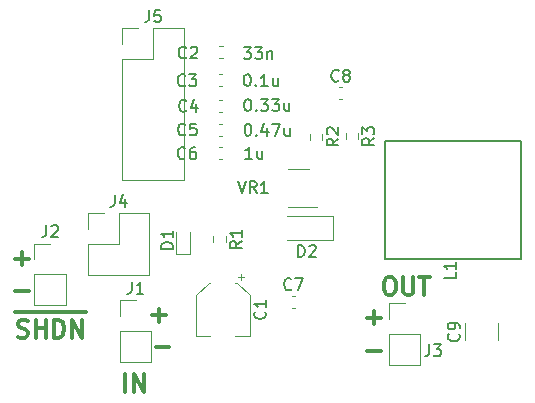
<source format=gbr>
%TF.GenerationSoftware,KiCad,Pcbnew,(5.1.10)-1*%
%TF.CreationDate,2021-10-06T11:29:50+02:00*%
%TF.ProjectId,board,626f6172-642e-46b6-9963-61645f706362,rev?*%
%TF.SameCoordinates,Original*%
%TF.FileFunction,Legend,Top*%
%TF.FilePolarity,Positive*%
%FSLAX46Y46*%
G04 Gerber Fmt 4.6, Leading zero omitted, Abs format (unit mm)*
G04 Created by KiCad (PCBNEW (5.1.10)-1) date 2021-10-06 11:29:50*
%MOMM*%
%LPD*%
G01*
G04 APERTURE LIST*
%ADD10C,0.300000*%
%ADD11C,0.120000*%
%ADD12C,0.200000*%
%ADD13C,0.150000*%
G04 APERTURE END LIST*
D10*
X73128571Y-98307142D02*
X74271428Y-98307142D01*
X73128571Y-95607142D02*
X74271428Y-95607142D01*
X73700000Y-96178571D02*
X73700000Y-95035714D01*
X85028571Y-103047142D02*
X86171428Y-103047142D01*
X84728571Y-100407142D02*
X85871428Y-100407142D01*
X85300000Y-100978571D02*
X85300000Y-99835714D01*
X73064285Y-100130000D02*
X74492857Y-100130000D01*
X73350000Y-102207142D02*
X73564285Y-102278571D01*
X73921428Y-102278571D01*
X74064285Y-102207142D01*
X74135714Y-102135714D01*
X74207142Y-101992857D01*
X74207142Y-101850000D01*
X74135714Y-101707142D01*
X74064285Y-101635714D01*
X73921428Y-101564285D01*
X73635714Y-101492857D01*
X73492857Y-101421428D01*
X73421428Y-101350000D01*
X73350000Y-101207142D01*
X73350000Y-101064285D01*
X73421428Y-100921428D01*
X73492857Y-100850000D01*
X73635714Y-100778571D01*
X73992857Y-100778571D01*
X74207142Y-100850000D01*
X74492857Y-100130000D02*
X76064285Y-100130000D01*
X74850000Y-102278571D02*
X74850000Y-100778571D01*
X74850000Y-101492857D02*
X75707142Y-101492857D01*
X75707142Y-102278571D02*
X75707142Y-100778571D01*
X76064285Y-100130000D02*
X77564285Y-100130000D01*
X76421428Y-102278571D02*
X76421428Y-100778571D01*
X76778571Y-100778571D01*
X76992857Y-100850000D01*
X77135714Y-100992857D01*
X77207142Y-101135714D01*
X77278571Y-101421428D01*
X77278571Y-101635714D01*
X77207142Y-101921428D01*
X77135714Y-102064285D01*
X76992857Y-102207142D01*
X76778571Y-102278571D01*
X76421428Y-102278571D01*
X77564285Y-100130000D02*
X79135714Y-100130000D01*
X77921428Y-102278571D02*
X77921428Y-100778571D01*
X78778571Y-102278571D01*
X78778571Y-100778571D01*
X82444285Y-106858571D02*
X82444285Y-105358571D01*
X83158571Y-106858571D02*
X83158571Y-105358571D01*
X84015714Y-106858571D01*
X84015714Y-105358571D01*
X104700000Y-97178571D02*
X104985714Y-97178571D01*
X105128571Y-97250000D01*
X105271428Y-97392857D01*
X105342857Y-97678571D01*
X105342857Y-98178571D01*
X105271428Y-98464285D01*
X105128571Y-98607142D01*
X104985714Y-98678571D01*
X104700000Y-98678571D01*
X104557142Y-98607142D01*
X104414285Y-98464285D01*
X104342857Y-98178571D01*
X104342857Y-97678571D01*
X104414285Y-97392857D01*
X104557142Y-97250000D01*
X104700000Y-97178571D01*
X105985714Y-97178571D02*
X105985714Y-98392857D01*
X106057142Y-98535714D01*
X106128571Y-98607142D01*
X106271428Y-98678571D01*
X106557142Y-98678571D01*
X106700000Y-98607142D01*
X106771428Y-98535714D01*
X106842857Y-98392857D01*
X106842857Y-97178571D01*
X107342857Y-97178571D02*
X108200000Y-97178571D01*
X107771428Y-98678571D02*
X107771428Y-97178571D01*
X104071428Y-103392857D02*
X102928571Y-103392857D01*
X103507142Y-101171428D02*
X103507142Y-100028571D01*
X104078571Y-100600000D02*
X102935714Y-100600000D01*
D11*
%TO.C,C9*%
X111240000Y-102511252D02*
X111240000Y-101088748D01*
X113960000Y-102511252D02*
X113960000Y-101088748D01*
%TO.C,C1*%
X88440000Y-102170000D02*
X89640000Y-102170000D01*
X92960000Y-102170000D02*
X91760000Y-102170000D01*
X92960000Y-98714437D02*
X92960000Y-102170000D01*
X88440000Y-98714437D02*
X88440000Y-102170000D01*
X89504437Y-97650000D02*
X89640000Y-97650000D01*
X91895563Y-97650000D02*
X91760000Y-97650000D01*
X91895563Y-97650000D02*
X92960000Y-98714437D01*
X89504437Y-97650000D02*
X88440000Y-98714437D01*
X92260000Y-96910000D02*
X92260000Y-97410000D01*
X92510000Y-97160000D02*
X92010000Y-97160000D01*
%TO.C,C2*%
X90686267Y-78610000D02*
X90393733Y-78610000D01*
X90686267Y-77590000D02*
X90393733Y-77590000D01*
%TO.C,C3*%
X90636267Y-80950000D02*
X90343733Y-80950000D01*
X90636267Y-79930000D02*
X90343733Y-79930000D01*
%TO.C,C4*%
X90666267Y-83160000D02*
X90373733Y-83160000D01*
X90666267Y-82140000D02*
X90373733Y-82140000D01*
%TO.C,C5*%
X90666267Y-84180000D02*
X90373733Y-84180000D01*
X90666267Y-85200000D02*
X90373733Y-85200000D01*
%TO.C,C6*%
X90636267Y-87190000D02*
X90343733Y-87190000D01*
X90636267Y-86170000D02*
X90343733Y-86170000D01*
%TO.C,C7*%
X96533733Y-99750000D02*
X96826267Y-99750000D01*
X96533733Y-98730000D02*
X96826267Y-98730000D01*
%TO.C,C8*%
X100533733Y-82090000D02*
X100826267Y-82090000D01*
X100533733Y-81070000D02*
X100826267Y-81070000D01*
%TO.C,D1*%
X86720000Y-95170000D02*
X87920000Y-95170000D01*
X86720000Y-93320000D02*
X86720000Y-95170000D01*
X87920000Y-93320000D02*
X87920000Y-95170000D01*
%TO.C,D2*%
X100050000Y-94000000D02*
X100050000Y-92000000D01*
X100050000Y-92000000D02*
X96150000Y-92000000D01*
X100050000Y-94000000D02*
X96150000Y-94000000D01*
%TO.C,J1*%
X81980000Y-104320000D02*
X84640000Y-104320000D01*
X81980000Y-101720000D02*
X81980000Y-104320000D01*
X84640000Y-101720000D02*
X84640000Y-104320000D01*
X81980000Y-101720000D02*
X84640000Y-101720000D01*
X81980000Y-100450000D02*
X81980000Y-99120000D01*
X81980000Y-99120000D02*
X83310000Y-99120000D01*
%TO.C,J2*%
X74750000Y-94340000D02*
X76080000Y-94340000D01*
X74750000Y-95670000D02*
X74750000Y-94340000D01*
X74750000Y-96940000D02*
X77410000Y-96940000D01*
X77410000Y-96940000D02*
X77410000Y-99540000D01*
X74750000Y-96940000D02*
X74750000Y-99540000D01*
X74750000Y-99540000D02*
X77410000Y-99540000D01*
%TO.C,J3*%
X104770000Y-104570000D02*
X107430000Y-104570000D01*
X104770000Y-101970000D02*
X104770000Y-104570000D01*
X107430000Y-101970000D02*
X107430000Y-104570000D01*
X104770000Y-101970000D02*
X107430000Y-101970000D01*
X104770000Y-100700000D02*
X104770000Y-99370000D01*
X104770000Y-99370000D02*
X106100000Y-99370000D01*
%TO.C,J4*%
X79280000Y-96950000D02*
X84480000Y-96950000D01*
X79280000Y-94350000D02*
X79280000Y-96950000D01*
X84480000Y-91750000D02*
X84480000Y-96950000D01*
X79280000Y-94350000D02*
X81880000Y-94350000D01*
X81880000Y-94350000D02*
X81880000Y-91750000D01*
X81880000Y-91750000D02*
X84480000Y-91750000D01*
X79280000Y-93080000D02*
X79280000Y-91750000D01*
X79280000Y-91750000D02*
X80610000Y-91750000D01*
%TO.C,J5*%
X82190000Y-88930000D02*
X87390000Y-88930000D01*
X82190000Y-78710000D02*
X82190000Y-88930000D01*
X87390000Y-76110000D02*
X87390000Y-88930000D01*
X82190000Y-78710000D02*
X84790000Y-78710000D01*
X84790000Y-78710000D02*
X84790000Y-76110000D01*
X84790000Y-76110000D02*
X87390000Y-76110000D01*
X82190000Y-77440000D02*
X82190000Y-76110000D01*
X82190000Y-76110000D02*
X83520000Y-76110000D01*
D12*
%TO.C,L1*%
X115950000Y-95600000D02*
X104450000Y-95600000D01*
X104450000Y-95600000D02*
X104450000Y-85600000D01*
X104450000Y-85600000D02*
X115950000Y-85600000D01*
X115950000Y-85600000D02*
X115950000Y-95600000D01*
D11*
%TO.C,R1*%
X90942500Y-93707776D02*
X90942500Y-94217224D01*
X89897500Y-93707776D02*
X89897500Y-94217224D01*
%TO.C,R2*%
X99122500Y-85015276D02*
X99122500Y-85524724D01*
X98077500Y-85015276D02*
X98077500Y-85524724D01*
%TO.C,R3*%
X101117500Y-84985276D02*
X101117500Y-85494724D01*
X102162500Y-84985276D02*
X102162500Y-85494724D01*
%TO.C,VR1*%
X98020000Y-87980000D02*
X96220000Y-87980000D01*
X96220000Y-91200000D02*
X98670000Y-91200000D01*
%TO.C,C9*%
D13*
X110657142Y-101966666D02*
X110704761Y-102014285D01*
X110752380Y-102157142D01*
X110752380Y-102252380D01*
X110704761Y-102395238D01*
X110609523Y-102490476D01*
X110514285Y-102538095D01*
X110323809Y-102585714D01*
X110180952Y-102585714D01*
X109990476Y-102538095D01*
X109895238Y-102490476D01*
X109800000Y-102395238D01*
X109752380Y-102252380D01*
X109752380Y-102157142D01*
X109800000Y-102014285D01*
X109847619Y-101966666D01*
X110752380Y-101490476D02*
X110752380Y-101300000D01*
X110704761Y-101204761D01*
X110657142Y-101157142D01*
X110514285Y-101061904D01*
X110323809Y-101014285D01*
X109942857Y-101014285D01*
X109847619Y-101061904D01*
X109800000Y-101109523D01*
X109752380Y-101204761D01*
X109752380Y-101395238D01*
X109800000Y-101490476D01*
X109847619Y-101538095D01*
X109942857Y-101585714D01*
X110180952Y-101585714D01*
X110276190Y-101538095D01*
X110323809Y-101490476D01*
X110371428Y-101395238D01*
X110371428Y-101204761D01*
X110323809Y-101109523D01*
X110276190Y-101061904D01*
X110180952Y-101014285D01*
%TO.C,C1*%
X94257142Y-100076666D02*
X94304761Y-100124285D01*
X94352380Y-100267142D01*
X94352380Y-100362380D01*
X94304761Y-100505238D01*
X94209523Y-100600476D01*
X94114285Y-100648095D01*
X93923809Y-100695714D01*
X93780952Y-100695714D01*
X93590476Y-100648095D01*
X93495238Y-100600476D01*
X93400000Y-100505238D01*
X93352380Y-100362380D01*
X93352380Y-100267142D01*
X93400000Y-100124285D01*
X93447619Y-100076666D01*
X94352380Y-99124285D02*
X94352380Y-99695714D01*
X94352380Y-99410000D02*
X93352380Y-99410000D01*
X93495238Y-99505238D01*
X93590476Y-99600476D01*
X93638095Y-99695714D01*
%TO.C,C2*%
X87603333Y-78557142D02*
X87555714Y-78604761D01*
X87412857Y-78652380D01*
X87317619Y-78652380D01*
X87174761Y-78604761D01*
X87079523Y-78509523D01*
X87031904Y-78414285D01*
X86984285Y-78223809D01*
X86984285Y-78080952D01*
X87031904Y-77890476D01*
X87079523Y-77795238D01*
X87174761Y-77700000D01*
X87317619Y-77652380D01*
X87412857Y-77652380D01*
X87555714Y-77700000D01*
X87603333Y-77747619D01*
X87984285Y-77747619D02*
X88031904Y-77700000D01*
X88127142Y-77652380D01*
X88365238Y-77652380D01*
X88460476Y-77700000D01*
X88508095Y-77747619D01*
X88555714Y-77842857D01*
X88555714Y-77938095D01*
X88508095Y-78080952D01*
X87936666Y-78652380D01*
X88555714Y-78652380D01*
X92458095Y-77682380D02*
X93077142Y-77682380D01*
X92743809Y-78063333D01*
X92886666Y-78063333D01*
X92981904Y-78110952D01*
X93029523Y-78158571D01*
X93077142Y-78253809D01*
X93077142Y-78491904D01*
X93029523Y-78587142D01*
X92981904Y-78634761D01*
X92886666Y-78682380D01*
X92600952Y-78682380D01*
X92505714Y-78634761D01*
X92458095Y-78587142D01*
X93410476Y-77682380D02*
X94029523Y-77682380D01*
X93696190Y-78063333D01*
X93839047Y-78063333D01*
X93934285Y-78110952D01*
X93981904Y-78158571D01*
X94029523Y-78253809D01*
X94029523Y-78491904D01*
X93981904Y-78587142D01*
X93934285Y-78634761D01*
X93839047Y-78682380D01*
X93553333Y-78682380D01*
X93458095Y-78634761D01*
X93410476Y-78587142D01*
X94458095Y-78015714D02*
X94458095Y-78682380D01*
X94458095Y-78110952D02*
X94505714Y-78063333D01*
X94600952Y-78015714D01*
X94743809Y-78015714D01*
X94839047Y-78063333D01*
X94886666Y-78158571D01*
X94886666Y-78682380D01*
%TO.C,C3*%
X87513333Y-80907142D02*
X87465714Y-80954761D01*
X87322857Y-81002380D01*
X87227619Y-81002380D01*
X87084761Y-80954761D01*
X86989523Y-80859523D01*
X86941904Y-80764285D01*
X86894285Y-80573809D01*
X86894285Y-80430952D01*
X86941904Y-80240476D01*
X86989523Y-80145238D01*
X87084761Y-80050000D01*
X87227619Y-80002380D01*
X87322857Y-80002380D01*
X87465714Y-80050000D01*
X87513333Y-80097619D01*
X87846666Y-80002380D02*
X88465714Y-80002380D01*
X88132380Y-80383333D01*
X88275238Y-80383333D01*
X88370476Y-80430952D01*
X88418095Y-80478571D01*
X88465714Y-80573809D01*
X88465714Y-80811904D01*
X88418095Y-80907142D01*
X88370476Y-80954761D01*
X88275238Y-81002380D01*
X87989523Y-81002380D01*
X87894285Y-80954761D01*
X87846666Y-80907142D01*
X92725714Y-79982380D02*
X92820952Y-79982380D01*
X92916190Y-80030000D01*
X92963809Y-80077619D01*
X93011428Y-80172857D01*
X93059047Y-80363333D01*
X93059047Y-80601428D01*
X93011428Y-80791904D01*
X92963809Y-80887142D01*
X92916190Y-80934761D01*
X92820952Y-80982380D01*
X92725714Y-80982380D01*
X92630476Y-80934761D01*
X92582857Y-80887142D01*
X92535238Y-80791904D01*
X92487619Y-80601428D01*
X92487619Y-80363333D01*
X92535238Y-80172857D01*
X92582857Y-80077619D01*
X92630476Y-80030000D01*
X92725714Y-79982380D01*
X93487619Y-80887142D02*
X93535238Y-80934761D01*
X93487619Y-80982380D01*
X93440000Y-80934761D01*
X93487619Y-80887142D01*
X93487619Y-80982380D01*
X94487619Y-80982380D02*
X93916190Y-80982380D01*
X94201904Y-80982380D02*
X94201904Y-79982380D01*
X94106666Y-80125238D01*
X94011428Y-80220476D01*
X93916190Y-80268095D01*
X95344761Y-80315714D02*
X95344761Y-80982380D01*
X94916190Y-80315714D02*
X94916190Y-80839523D01*
X94963809Y-80934761D01*
X95059047Y-80982380D01*
X95201904Y-80982380D01*
X95297142Y-80934761D01*
X95344761Y-80887142D01*
%TO.C,C4*%
X87613333Y-83057142D02*
X87565714Y-83104761D01*
X87422857Y-83152380D01*
X87327619Y-83152380D01*
X87184761Y-83104761D01*
X87089523Y-83009523D01*
X87041904Y-82914285D01*
X86994285Y-82723809D01*
X86994285Y-82580952D01*
X87041904Y-82390476D01*
X87089523Y-82295238D01*
X87184761Y-82200000D01*
X87327619Y-82152380D01*
X87422857Y-82152380D01*
X87565714Y-82200000D01*
X87613333Y-82247619D01*
X88470476Y-82485714D02*
X88470476Y-83152380D01*
X88232380Y-82104761D02*
X87994285Y-82819047D01*
X88613333Y-82819047D01*
X92759523Y-82102380D02*
X92854761Y-82102380D01*
X92950000Y-82150000D01*
X92997619Y-82197619D01*
X93045238Y-82292857D01*
X93092857Y-82483333D01*
X93092857Y-82721428D01*
X93045238Y-82911904D01*
X92997619Y-83007142D01*
X92950000Y-83054761D01*
X92854761Y-83102380D01*
X92759523Y-83102380D01*
X92664285Y-83054761D01*
X92616666Y-83007142D01*
X92569047Y-82911904D01*
X92521428Y-82721428D01*
X92521428Y-82483333D01*
X92569047Y-82292857D01*
X92616666Y-82197619D01*
X92664285Y-82150000D01*
X92759523Y-82102380D01*
X93521428Y-83007142D02*
X93569047Y-83054761D01*
X93521428Y-83102380D01*
X93473809Y-83054761D01*
X93521428Y-83007142D01*
X93521428Y-83102380D01*
X93902380Y-82102380D02*
X94521428Y-82102380D01*
X94188095Y-82483333D01*
X94330952Y-82483333D01*
X94426190Y-82530952D01*
X94473809Y-82578571D01*
X94521428Y-82673809D01*
X94521428Y-82911904D01*
X94473809Y-83007142D01*
X94426190Y-83054761D01*
X94330952Y-83102380D01*
X94045238Y-83102380D01*
X93950000Y-83054761D01*
X93902380Y-83007142D01*
X94854761Y-82102380D02*
X95473809Y-82102380D01*
X95140476Y-82483333D01*
X95283333Y-82483333D01*
X95378571Y-82530952D01*
X95426190Y-82578571D01*
X95473809Y-82673809D01*
X95473809Y-82911904D01*
X95426190Y-83007142D01*
X95378571Y-83054761D01*
X95283333Y-83102380D01*
X94997619Y-83102380D01*
X94902380Y-83054761D01*
X94854761Y-83007142D01*
X96330952Y-82435714D02*
X96330952Y-83102380D01*
X95902380Y-82435714D02*
X95902380Y-82959523D01*
X95950000Y-83054761D01*
X96045238Y-83102380D01*
X96188095Y-83102380D01*
X96283333Y-83054761D01*
X96330952Y-83007142D01*
%TO.C,C5*%
X87533333Y-85067142D02*
X87485714Y-85114761D01*
X87342857Y-85162380D01*
X87247619Y-85162380D01*
X87104761Y-85114761D01*
X87009523Y-85019523D01*
X86961904Y-84924285D01*
X86914285Y-84733809D01*
X86914285Y-84590952D01*
X86961904Y-84400476D01*
X87009523Y-84305238D01*
X87104761Y-84210000D01*
X87247619Y-84162380D01*
X87342857Y-84162380D01*
X87485714Y-84210000D01*
X87533333Y-84257619D01*
X88438095Y-84162380D02*
X87961904Y-84162380D01*
X87914285Y-84638571D01*
X87961904Y-84590952D01*
X88057142Y-84543333D01*
X88295238Y-84543333D01*
X88390476Y-84590952D01*
X88438095Y-84638571D01*
X88485714Y-84733809D01*
X88485714Y-84971904D01*
X88438095Y-85067142D01*
X88390476Y-85114761D01*
X88295238Y-85162380D01*
X88057142Y-85162380D01*
X87961904Y-85114761D01*
X87914285Y-85067142D01*
X92779523Y-84192380D02*
X92874761Y-84192380D01*
X92970000Y-84240000D01*
X93017619Y-84287619D01*
X93065238Y-84382857D01*
X93112857Y-84573333D01*
X93112857Y-84811428D01*
X93065238Y-85001904D01*
X93017619Y-85097142D01*
X92970000Y-85144761D01*
X92874761Y-85192380D01*
X92779523Y-85192380D01*
X92684285Y-85144761D01*
X92636666Y-85097142D01*
X92589047Y-85001904D01*
X92541428Y-84811428D01*
X92541428Y-84573333D01*
X92589047Y-84382857D01*
X92636666Y-84287619D01*
X92684285Y-84240000D01*
X92779523Y-84192380D01*
X93541428Y-85097142D02*
X93589047Y-85144761D01*
X93541428Y-85192380D01*
X93493809Y-85144761D01*
X93541428Y-85097142D01*
X93541428Y-85192380D01*
X94446190Y-84525714D02*
X94446190Y-85192380D01*
X94208095Y-84144761D02*
X93970000Y-84859047D01*
X94589047Y-84859047D01*
X94874761Y-84192380D02*
X95541428Y-84192380D01*
X95112857Y-85192380D01*
X96350952Y-84525714D02*
X96350952Y-85192380D01*
X95922380Y-84525714D02*
X95922380Y-85049523D01*
X95970000Y-85144761D01*
X96065238Y-85192380D01*
X96208095Y-85192380D01*
X96303333Y-85144761D01*
X96350952Y-85097142D01*
%TO.C,C6*%
X87503333Y-87077142D02*
X87455714Y-87124761D01*
X87312857Y-87172380D01*
X87217619Y-87172380D01*
X87074761Y-87124761D01*
X86979523Y-87029523D01*
X86931904Y-86934285D01*
X86884285Y-86743809D01*
X86884285Y-86600952D01*
X86931904Y-86410476D01*
X86979523Y-86315238D01*
X87074761Y-86220000D01*
X87217619Y-86172380D01*
X87312857Y-86172380D01*
X87455714Y-86220000D01*
X87503333Y-86267619D01*
X88360476Y-86172380D02*
X88170000Y-86172380D01*
X88074761Y-86220000D01*
X88027142Y-86267619D01*
X87931904Y-86410476D01*
X87884285Y-86600952D01*
X87884285Y-86981904D01*
X87931904Y-87077142D01*
X87979523Y-87124761D01*
X88074761Y-87172380D01*
X88265238Y-87172380D01*
X88360476Y-87124761D01*
X88408095Y-87077142D01*
X88455714Y-86981904D01*
X88455714Y-86743809D01*
X88408095Y-86648571D01*
X88360476Y-86600952D01*
X88265238Y-86553333D01*
X88074761Y-86553333D01*
X87979523Y-86600952D01*
X87931904Y-86648571D01*
X87884285Y-86743809D01*
X93183333Y-87152380D02*
X92611904Y-87152380D01*
X92897619Y-87152380D02*
X92897619Y-86152380D01*
X92802380Y-86295238D01*
X92707142Y-86390476D01*
X92611904Y-86438095D01*
X94040476Y-86485714D02*
X94040476Y-87152380D01*
X93611904Y-86485714D02*
X93611904Y-87009523D01*
X93659523Y-87104761D01*
X93754761Y-87152380D01*
X93897619Y-87152380D01*
X93992857Y-87104761D01*
X94040476Y-87057142D01*
%TO.C,C7*%
X96513333Y-98167142D02*
X96465714Y-98214761D01*
X96322857Y-98262380D01*
X96227619Y-98262380D01*
X96084761Y-98214761D01*
X95989523Y-98119523D01*
X95941904Y-98024285D01*
X95894285Y-97833809D01*
X95894285Y-97690952D01*
X95941904Y-97500476D01*
X95989523Y-97405238D01*
X96084761Y-97310000D01*
X96227619Y-97262380D01*
X96322857Y-97262380D01*
X96465714Y-97310000D01*
X96513333Y-97357619D01*
X96846666Y-97262380D02*
X97513333Y-97262380D01*
X97084761Y-98262380D01*
%TO.C,C8*%
X100513333Y-80507142D02*
X100465714Y-80554761D01*
X100322857Y-80602380D01*
X100227619Y-80602380D01*
X100084761Y-80554761D01*
X99989523Y-80459523D01*
X99941904Y-80364285D01*
X99894285Y-80173809D01*
X99894285Y-80030952D01*
X99941904Y-79840476D01*
X99989523Y-79745238D01*
X100084761Y-79650000D01*
X100227619Y-79602380D01*
X100322857Y-79602380D01*
X100465714Y-79650000D01*
X100513333Y-79697619D01*
X101084761Y-80030952D02*
X100989523Y-79983333D01*
X100941904Y-79935714D01*
X100894285Y-79840476D01*
X100894285Y-79792857D01*
X100941904Y-79697619D01*
X100989523Y-79650000D01*
X101084761Y-79602380D01*
X101275238Y-79602380D01*
X101370476Y-79650000D01*
X101418095Y-79697619D01*
X101465714Y-79792857D01*
X101465714Y-79840476D01*
X101418095Y-79935714D01*
X101370476Y-79983333D01*
X101275238Y-80030952D01*
X101084761Y-80030952D01*
X100989523Y-80078571D01*
X100941904Y-80126190D01*
X100894285Y-80221428D01*
X100894285Y-80411904D01*
X100941904Y-80507142D01*
X100989523Y-80554761D01*
X101084761Y-80602380D01*
X101275238Y-80602380D01*
X101370476Y-80554761D01*
X101418095Y-80507142D01*
X101465714Y-80411904D01*
X101465714Y-80221428D01*
X101418095Y-80126190D01*
X101370476Y-80078571D01*
X101275238Y-80030952D01*
%TO.C,D1*%
X86472380Y-94758095D02*
X85472380Y-94758095D01*
X85472380Y-94520000D01*
X85520000Y-94377142D01*
X85615238Y-94281904D01*
X85710476Y-94234285D01*
X85900952Y-94186666D01*
X86043809Y-94186666D01*
X86234285Y-94234285D01*
X86329523Y-94281904D01*
X86424761Y-94377142D01*
X86472380Y-94520000D01*
X86472380Y-94758095D01*
X86472380Y-93234285D02*
X86472380Y-93805714D01*
X86472380Y-93520000D02*
X85472380Y-93520000D01*
X85615238Y-93615238D01*
X85710476Y-93710476D01*
X85758095Y-93805714D01*
%TO.C,D2*%
X97061904Y-95452380D02*
X97061904Y-94452380D01*
X97300000Y-94452380D01*
X97442857Y-94500000D01*
X97538095Y-94595238D01*
X97585714Y-94690476D01*
X97633333Y-94880952D01*
X97633333Y-95023809D01*
X97585714Y-95214285D01*
X97538095Y-95309523D01*
X97442857Y-95404761D01*
X97300000Y-95452380D01*
X97061904Y-95452380D01*
X98014285Y-94547619D02*
X98061904Y-94500000D01*
X98157142Y-94452380D01*
X98395238Y-94452380D01*
X98490476Y-94500000D01*
X98538095Y-94547619D01*
X98585714Y-94642857D01*
X98585714Y-94738095D01*
X98538095Y-94880952D01*
X97966666Y-95452380D01*
X98585714Y-95452380D01*
%TO.C,J1*%
X82976666Y-97572380D02*
X82976666Y-98286666D01*
X82929047Y-98429523D01*
X82833809Y-98524761D01*
X82690952Y-98572380D01*
X82595714Y-98572380D01*
X83976666Y-98572380D02*
X83405238Y-98572380D01*
X83690952Y-98572380D02*
X83690952Y-97572380D01*
X83595714Y-97715238D01*
X83500476Y-97810476D01*
X83405238Y-97858095D01*
%TO.C,J2*%
X75766666Y-92752380D02*
X75766666Y-93466666D01*
X75719047Y-93609523D01*
X75623809Y-93704761D01*
X75480952Y-93752380D01*
X75385714Y-93752380D01*
X76195238Y-92847619D02*
X76242857Y-92800000D01*
X76338095Y-92752380D01*
X76576190Y-92752380D01*
X76671428Y-92800000D01*
X76719047Y-92847619D01*
X76766666Y-92942857D01*
X76766666Y-93038095D01*
X76719047Y-93180952D01*
X76147619Y-93752380D01*
X76766666Y-93752380D01*
%TO.C,J3*%
X108166666Y-102852380D02*
X108166666Y-103566666D01*
X108119047Y-103709523D01*
X108023809Y-103804761D01*
X107880952Y-103852380D01*
X107785714Y-103852380D01*
X108547619Y-102852380D02*
X109166666Y-102852380D01*
X108833333Y-103233333D01*
X108976190Y-103233333D01*
X109071428Y-103280952D01*
X109119047Y-103328571D01*
X109166666Y-103423809D01*
X109166666Y-103661904D01*
X109119047Y-103757142D01*
X109071428Y-103804761D01*
X108976190Y-103852380D01*
X108690476Y-103852380D01*
X108595238Y-103804761D01*
X108547619Y-103757142D01*
%TO.C,J4*%
X81546666Y-90202380D02*
X81546666Y-90916666D01*
X81499047Y-91059523D01*
X81403809Y-91154761D01*
X81260952Y-91202380D01*
X81165714Y-91202380D01*
X82451428Y-90535714D02*
X82451428Y-91202380D01*
X82213333Y-90154761D02*
X81975238Y-90869047D01*
X82594285Y-90869047D01*
%TO.C,J5*%
X84456666Y-74562380D02*
X84456666Y-75276666D01*
X84409047Y-75419523D01*
X84313809Y-75514761D01*
X84170952Y-75562380D01*
X84075714Y-75562380D01*
X85409047Y-74562380D02*
X84932857Y-74562380D01*
X84885238Y-75038571D01*
X84932857Y-74990952D01*
X85028095Y-74943333D01*
X85266190Y-74943333D01*
X85361428Y-74990952D01*
X85409047Y-75038571D01*
X85456666Y-75133809D01*
X85456666Y-75371904D01*
X85409047Y-75467142D01*
X85361428Y-75514761D01*
X85266190Y-75562380D01*
X85028095Y-75562380D01*
X84932857Y-75514761D01*
X84885238Y-75467142D01*
%TO.C,L1*%
X110402380Y-96766666D02*
X110402380Y-97242857D01*
X109402380Y-97242857D01*
X110402380Y-95909523D02*
X110402380Y-96480952D01*
X110402380Y-96195238D02*
X109402380Y-96195238D01*
X109545238Y-96290476D01*
X109640476Y-96385714D01*
X109688095Y-96480952D01*
%TO.C,R1*%
X92302380Y-94129166D02*
X91826190Y-94462500D01*
X92302380Y-94700595D02*
X91302380Y-94700595D01*
X91302380Y-94319642D01*
X91350000Y-94224404D01*
X91397619Y-94176785D01*
X91492857Y-94129166D01*
X91635714Y-94129166D01*
X91730952Y-94176785D01*
X91778571Y-94224404D01*
X91826190Y-94319642D01*
X91826190Y-94700595D01*
X92302380Y-93176785D02*
X92302380Y-93748214D01*
X92302380Y-93462500D02*
X91302380Y-93462500D01*
X91445238Y-93557738D01*
X91540476Y-93652976D01*
X91588095Y-93748214D01*
%TO.C,R2*%
X100482380Y-85436666D02*
X100006190Y-85770000D01*
X100482380Y-86008095D02*
X99482380Y-86008095D01*
X99482380Y-85627142D01*
X99530000Y-85531904D01*
X99577619Y-85484285D01*
X99672857Y-85436666D01*
X99815714Y-85436666D01*
X99910952Y-85484285D01*
X99958571Y-85531904D01*
X100006190Y-85627142D01*
X100006190Y-86008095D01*
X99577619Y-85055714D02*
X99530000Y-85008095D01*
X99482380Y-84912857D01*
X99482380Y-84674761D01*
X99530000Y-84579523D01*
X99577619Y-84531904D01*
X99672857Y-84484285D01*
X99768095Y-84484285D01*
X99910952Y-84531904D01*
X100482380Y-85103333D01*
X100482380Y-84484285D01*
%TO.C,R3*%
X103522380Y-85406666D02*
X103046190Y-85740000D01*
X103522380Y-85978095D02*
X102522380Y-85978095D01*
X102522380Y-85597142D01*
X102570000Y-85501904D01*
X102617619Y-85454285D01*
X102712857Y-85406666D01*
X102855714Y-85406666D01*
X102950952Y-85454285D01*
X102998571Y-85501904D01*
X103046190Y-85597142D01*
X103046190Y-85978095D01*
X102522380Y-85073333D02*
X102522380Y-84454285D01*
X102903333Y-84787619D01*
X102903333Y-84644761D01*
X102950952Y-84549523D01*
X102998571Y-84501904D01*
X103093809Y-84454285D01*
X103331904Y-84454285D01*
X103427142Y-84501904D01*
X103474761Y-84549523D01*
X103522380Y-84644761D01*
X103522380Y-84930476D01*
X103474761Y-85025714D01*
X103427142Y-85073333D01*
%TO.C,VR1*%
X91990476Y-89052380D02*
X92323809Y-90052380D01*
X92657142Y-89052380D01*
X93561904Y-90052380D02*
X93228571Y-89576190D01*
X92990476Y-90052380D02*
X92990476Y-89052380D01*
X93371428Y-89052380D01*
X93466666Y-89100000D01*
X93514285Y-89147619D01*
X93561904Y-89242857D01*
X93561904Y-89385714D01*
X93514285Y-89480952D01*
X93466666Y-89528571D01*
X93371428Y-89576190D01*
X92990476Y-89576190D01*
X94514285Y-90052380D02*
X93942857Y-90052380D01*
X94228571Y-90052380D02*
X94228571Y-89052380D01*
X94133333Y-89195238D01*
X94038095Y-89290476D01*
X93942857Y-89338095D01*
%TD*%
M02*

</source>
